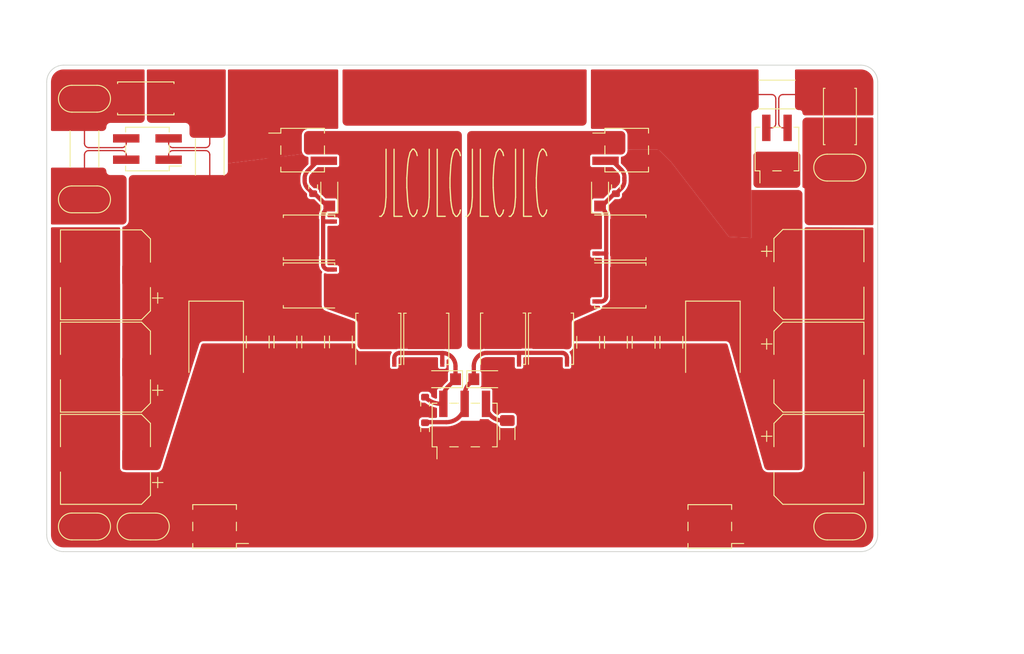
<source format=kicad_pcb>
(kicad_pcb (version 20221018) (generator pcbnew)
  (layers (0 "F.Cu" signal) (31 "B.Cu" signal) (34 "B.Paste" user) (35 "F.Paste" user) (36 "B.SilkS" user "B.Silkscreen") (37 "F.SilkS" user "F.Silkscreen") (38 "B.Mask" user) (39 "F.Mask" user) (44 "Edge.Cuts" user))
  (net 0 "")
  (net 1 "GNDPWR")
  (net 2 "A_POWER")
  (net 3 "B_POWER")
  (net 4 "A_SW")
  (net 5 "A_HG")
  (net 6 "A_LG")
  (net 7 "B_SW")
  (net 8 "B_HG")
  (net 9 "B_LG")
  (net 10 "Net-(J4-Pin_3)")
  (net 11 "Net-(J3-Pin_6)")
  (net 12 "L_MP")
  (net 13 "VJUDGE")
  (net 14 "VCHASSIS")
  (net 15 "VCAP")
  (net 16 "Net-(J7-Pin_4)")
  (net 17 "Net-(J7-Pin_1)")
  (footprint "Connector_PinHeader_2.54mm:PinHeader_2x02_P2.54mm_Vertical_SMD" (layer "F.Cu") (at 156.1 59.13)
    (fp_text reference "J9" hide)
    (fp_text value "Conn_02x02_Odd_Even")
    (pad "1" smd rect locked (at -2.525 -1.27) (size 3.15 1) (layers "F.Cu" "F.Paste" "F.Mask") (net 7 "B_SW"))
    (pad "2" smd rect locked (at 2.525 -1.27) (size 3.15 1) (layers "F.Cu" "F.Paste" "F.Mask") (net 3 "B_POWER"))
    (pad "3" smd rect locked (at -2.525 1.27) (size 3.15 1) (layers "F.Cu" "F.Paste" "F.Mask") (net 8 "B_HG"))
    (pad "4" smd rect locked (at 2.525 1.27) (size 3.15 1) (layers "F.Cu" "F.Paste" "F.Mask") (net 3 "B_POWER"))
  )
  (footprint "Capacitor_SMD:CP_Elec_10x14.3" (layer "F.Cu") (at 179 85)
    (fp_text reference "C2" hide)
    (fp_text value "220uF")
    (pad "1" smd roundrect locked (at -4.2 0) (size 4.4 2.5) (layers "F.Cu" "F.Paste" "F.Mask") (roundrect_rratio 0.1) (net 3 "B_POWER"))
    (pad "2" smd roundrect locked (at 4.2 0) (size 4.4 2.5) (layers "F.Cu" "F.Paste" "F.Mask") (roundrect_rratio 0.1) (net 1 "GNDPWR"))
  )
  (footprint "Resistor_SMD:R_1206_3216Metric_Pad1.30x1.75mm_HandSolder" (layer "F.Cu") (at 141.875 92.92 -90)
    (fp_text reference "TH1" hide)
    (fp_text value "Thermistor")
    (pad "1" smd roundrect locked (at -1.55 0 270) (size 1.3 1.75) (layers "F.Cu" "F.Paste" "F.Mask") (roundrect_rratio 0.1923076923) (net 11 "Net-(J3-Pin_6)"))
    (pad "2" smd roundrect locked (at 1.55 0 270) (size 1.3 1.75) (layers "F.Cu" "F.Paste" "F.Mask") (roundrect_rratio 0.1923076923) (net 1 "GNDPWR"))
  )
  (footprint "0_RM2023:PQ2617BHA" (layer "F.Cu") (at 139.205 63.252)
    (fp_text reference "U1" hide)
    (fp_text value "10uH" hide)
    (pad "1" smd rect locked (at -7.485 11.037) (size 5.33 5.59) (layers "F.Cu" "F.Paste" "F.Mask") (net 4 "A_SW"))
    (pad "2" smd rect locked (at 2.665 11.037) (size 5.33 5.59) (layers "F.Cu" "F.Paste" "F.Mask") (net 7 "B_SW"))
    (pad "3" smd rect locked (at -2.41 -11.037 90) (size 5.28 6.35) (layers "F.Cu" "F.Paste" "F.Mask") (net 12 "L_MP"))
  )
  (footprint "Package_TO_SOT_SMD:TDSON-8-1" (layer "F.Cu") (at 147.082 81.617 90)
    (fp_text reference "Q8" hide)
    (fp_text value "BSC070N10NS3G")
    (pad "1" smd rect locked (at -2.9 -1.905 90) (size 0.85 0.5) (layers "F.Cu" "F.Paste" "F.Mask") (net 1 "GNDPWR"))
    (pad "2" smd rect locked (at -2.9 -0.635 90) (size 0.85 0.5) (layers "F.Cu" "F.Paste" "F.Mask") (net 1 "GNDPWR"))
    (pad "3" smd rect locked (at -2.9 0.635 90) (size 0.85 0.5) (layers "F.Cu" "F.Paste" "F.Mask") (net 1 "GNDPWR"))
    (pad "4" smd rect locked (at -2.9 1.905 90) (size 0.85 0.5) (layers "F.Cu" "F.Paste" "F.Mask") (net 9 "B_LG"))
    (pad "5" smd rect locked (at 1.05 0 90) (size 4.55 4.41) (layers "F.Cu") (net 7 "B_SW"))
  )
  (footprint "Package_TO_SOT_SMD:TDSON-8-1" (layer "F.Cu") (at 155.337 75.267)
    (fp_text reference "Q5" hide)
    (fp_text value "BSC070N10NS3G")
    (pad "1" smd rect locked (at -2.9 -1.905) (size 0.85 0.5) (layers "F.Cu" "F.Paste" "F.Mask") (net 7 "B_SW"))
    (pad "2" smd rect locked (at -2.9 -0.635) (size 0.85 0.5) (layers "F.Cu" "F.Paste" "F.Mask") (net 7 "B_SW"))
    (pad "3" smd rect locked (at -2.9 0.635) (size 0.85 0.5) (layers "F.Cu" "F.Paste" "F.Mask") (net 7 "B_SW"))
    (pad "4" smd rect locked (at -2.9 1.905) (size 0.85 0.5) (layers "F.Cu" "F.Paste" "F.Mask") (net 8 "B_HG"))
    (pad "5" smd rect locked (at 1.05 0) (size 4.55 4.41) (layers "F.Cu") (net 3 "B_POWER"))
  )
  (footprint "Resistor_SMD:R_0603_1608Metric" (layer "F.Cu") (at 132.08 89.408 -90)
    (fp_text reference "R5" hide)
    (fp_text value "10k")
    (pad "1" smd roundrect locked (at -0.825 0 270) (size 0.8 0.95) (layers "F.Cu" "F.Paste" "F.Mask") (net 6 "A_LG"))
    (pad "2" smd roundrect locked (at 0.825 0 270) (size 0.8 0.95) (layers "F.Cu" "F.Paste" "F.Mask") (net 1 "GNDPWR"))
  )
  (footprint "Capacitor_SMD:C_1210_3225Metric_Pad1.33x2.70mm_HandSolder" (layer "F.Cu") (at 112.141 82.0035 -90)
    (fp_text reference "C13" hide)
    (fp_text value "10uF")
    (pad "1" smd roundrect (at -1.5625 0 270) (size 1.325 2.7) (layers "F.Cu" "F.Paste" "F.Mask") (roundrect_rratio 0.188679) (net 2 "A_POWER"))
    (pad "2" smd roundrect (at 1.5625 0 270) (size 1.325 2.7) (layers "F.Cu" "F.Paste" "F.Mask") (roundrect_rratio 0.188679) (net 1 "GNDPWR"))
  )
  (footprint "Package_TO_SOT_SMD:TDSON-8-1" (layer "F.Cu") (at 118.253 75.267 180)
    (fp_text reference "Q3" hide)
    (fp_text value "BSC070N10NS3G")
    (pad "1" smd rect locked (at -2.9 -1.905 180) (size 0.85 0.5) (layers "F.Cu" "F.Paste" "F.Mask") (net 4 "A_SW"))
    (pad "2" smd rect locked (at -2.9 -0.635 180) (size 0.85 0.5) (layers "F.Cu" "F.Paste" "F.Mask") (net 4 "A_SW"))
    (pad "3" smd rect locked (at -2.9 0.635 180) (size 0.85 0.5) (layers "F.Cu" "F.Paste" "F.Mask") (net 4 "A_SW"))
    (pad "4" smd rect locked (at -2.9 1.905 180) (size 0.85 0.5) (layers "F.Cu" "F.Paste" "F.Mask") (net 5 "A_HG"))
    (pad "5" smd rect locked (at 1.05 0 180) (size 4.55 4.41) (layers "F.Cu") (net 2 "A_POWER"))
  )
  (footprint "Resistor_SMD:R_0603_1608Metric" (layer "F.Cu") (at 154.813 63.5 90)
    (fp_text reference "R6" hide)
    (fp_text value "10k")
    (pad "1" smd roundrect locked (at -0.825 0 90) (size 0.8 0.95) (layers "F.Cu" "F.Paste" "F.Mask") (net 8 "B_HG"))
    (pad "2" smd roundrect locked (at 0.825 0 90) (size 0.8 0.95) (layers "F.Cu" "F.Paste" "F.Mask") (net 7 "B_SW"))
  )
  (footprint "Resistor_SMD:R_2512_6332Metric_Pad1.40x3.35mm_HandSolder" (layer "F.Cu") (at 91.5 59 -90)
    (fp_text reference "R1" hide)
    (fp_text value "4mR")
    (pad "1" smd roundrect locked (at -3.05 0 270) (size 1.4 3.35) (layers "F.Cu" "F.Paste" "F.Mask") (roundrect_rratio 0.1785707143) (net 14 "VCHASSIS"))
    (pad "2" smd roundrect locked (at 3.05 0 270) (size 1.4 3.35) (layers "F.Cu" "F.Paste" "F.Mask") (roundrect_rratio 0.1785707143) (net 13 "VJUDGE"))
  )
  (footprint "Package_TO_SOT_SMD:TDSON-8-1" (layer "F.Cu") (at 155.337 69.552)
    (fp_text reference "Q7" hide)
    (fp_text value "BSC070N10NS3G")
    (pad "1" smd rect locked (at -2.9 -1.905) (size 0.85 0.5) (layers "F.Cu" "F.Paste" "F.Mask") (net 7 "B_SW"))
    (pad "2" smd rect locked (at -2.9 -0.635) (size 0.85 0.5) (layers "F.Cu" "F.Paste" "F.Mask") (net 7 "B_SW"))
    (pad "3" smd rect locked (at -2.9 0.635) (size 0.85 0.5) (layers "F.Cu" "F.Paste" "F.Mask") (net 7 "B_SW"))
    (pad "4" smd rect locked (at -2.9 1.905) (size 0.85 0.5) (layers "F.Cu" "F.Paste" "F.Mask") (net 8 "B_HG"))
    (pad "5" smd rect locked (at 1.05 0) (size 4.55 4.41) (layers "F.Cu") (net 3 "B_POWER"))
  )
  (footprint "Diode_SMD:D_SMC" (layer "F.Cu") (at 166.37 82.042 -90)
    (fp_text reference "D6" hide)
    (fp_text value "SMCJ33A")
    (pad "1" smd roundrect locked (at -3.4 0) (size 3.3 2.5) (layers "F.Cu" "F.Paste" "F.Mask") (roundrect_rratio 0.1) (net 3 "B_POWER"))
    (pad "2" smd roundrect locked (at 3.4 0) (size 3.3 2.5) (layers "F.Cu" "F.Paste" "F.Mask") (roundrect_rratio 0.1) (net 1 "GNDPWR"))
  )
  (footprint "Connector_PinHeader_2.54mm:PinHeader_2x02_P2.54mm_Vertical_SMD" (layer "F.Cu") (at 117.49 59.13)
    (fp_text reference "J8" hide)
    (fp_text value "Conn_02x02_Odd_Even")
    (pad "1" smd rect locked (at -2.525 -1.27) (size 3.15 1) (layers "F.Cu" "F.Paste" "F.Mask") (net 2 "A_POWER"))
    (pad "2" smd rect locked (at 2.525 -1.27) (size 3.15 1) (layers "F.Cu" "F.Paste" "F.Mask") (net 4 "A_SW"))
    (pad "3" smd rect locked (at -2.525 1.27) (size 3.15 1) (layers "F.Cu" "F.Paste" "F.Mask") (net 2 "A_POWER"))
    (pad "4" smd rect locked (at 2.525 1.27) (size 3.15 1) (layers "F.Cu" "F.Paste" "F.Mask") (net 5 "A_HG"))
  )
  (footprint "Diode_SMD:D_SMF" (layer "F.Cu") (at 134.255 86.443 180)
    (fp_text reference "D2" hide)
    (fp_text value "SMF10A")
    (pad "1" smd rect locked (at -1.45 0 180) (size 1.3 1.4) (layers "F.Cu" "F.Paste" "F.Mask") (net 6 "A_LG"))
    (pad "2" smd rect locked (at 1.45 0 180) (size 1.3 1.4) (layers "F.Cu" "F.Paste" "F.Mask") (net 1 "GNDPWR"))
  )
  (footprint "Resistor_SMD:R_0603_1608Metric" (layer "F.Cu") (at 132.08 92.456 -90)
    (fp_text reference "R7" hide)
    (fp_text value "10k")
    (pad "1" smd roundrect locked (at -0.825 0 270) (size 0.8 0.95) (layers "F.Cu" "F.Paste" "F.Mask") (net 9 "B_LG"))
    (pad "2" smd roundrect locked (at 0.825 0 270) (size 0.8 0.95) (layers "F.Cu" "F.Paste" "F.Mask") (net 1 "GNDPWR"))
  )
  (footprint "Capacitor_SMD:C_1210_3225Metric_Pad1.33x2.70mm_HandSolder" (layer "F.Cu") (at 115.443 82.0035 -90)
    (fp_text reference "C12" hide)
    (fp_text value "10uF")
    (pad "1" smd roundrect (at -1.5625 0 270) (size 1.325 2.7) (layers "F.Cu" "F.Paste" "F.Mask") (roundrect_rratio 0.188679) (net 2 "A_POWER"))
    (pad "2" smd roundrect (at 1.5625 0 270) (size 1.325 2.7) (layers "F.Cu" "F.Paste" "F.Mask") (roundrect_rratio 0.188679) (net 1 "GNDPWR"))
  )
  (footprint "0_RM2023:Pad_3" (layer "F.Cu") (at 181.483 61.214)
    (fp_text reference "H10" hide)
    (fp_text value "MountingHole_Pad")
    (pad "1" smd oval locked (at 0 0) (size 6 3) (layers "F.Cu" "F.Paste" "F.Mask") (net 15 "VCAP"))
  )
  (footprint "Capacitor_SMD:CP_Elec_10x14.3" (layer "F.Cu") (at 94 74 180)
    (fp_text reference "C3" hide)
    (fp_text value "220uF")
    (pad "1" smd roundrect locked (at -4.2 0 180) (size 4.4 2.5) (layers "F.Cu" "F.Paste" "F.Mask") (roundrect_rratio 0.1) (net 2 "A_POWER"))
    (pad "2" smd roundrect locked (at 4.2 0 180) (size 4.4 2.5) (layers "F.Cu" "F.Paste" "F.Mask") (roundrect_rratio 0.1) (net 1 "GNDPWR"))
  )
  (footprint "0_RM2023:Pad_3" (layer "F.Cu") (at 91.5 53)
    (fp_text reference "H2" hide)
    (fp_text value "MountingHole_Pad")
    (pad "1" smd oval locked (at 0 0) (size 6 3) (layers "F.Cu" "F.Paste" "F.Mask") (net 14 "VCHASSIS"))
  )
  (footprint "Capacitor_SMD:C_1210_3225Metric_Pad1.33x2.70mm_HandSolder" (layer "F.Cu") (at 151.511 82.042 -90)
    (fp_text reference "C16" hide)
    (fp_text value "10uF")
    (pad "1" smd roundrect (at -1.5625 0 270) (size 1.325 2.7) (layers "F.Cu" "F.Paste" "F.Mask") (roundrect_rratio 0.188679) (net 3 "B_POWER"))
    (pad "2" smd roundrect (at 1.5625 0 270) (size 1.325 2.7) (layers "F.Cu" "F.Paste" "F.Mask") (roundrect_rratio 0.188679) (net 1 "GNDPWR"))
  )
  (footprint "Package_TO_SOT_SMD:TDSON-8-1" (layer "F.Cu") (at 118.253 69.552 180)
    (fp_text reference "Q1" hide)
    (fp_text value "BSC070N10NS3G")
    (pad "1" smd rect locked (at -2.9 -1.905 180) (size 0.85 0.5) (layers "F.Cu" "F.Paste" "F.Mask") (net 4 "A_SW"))
    (pad "2" smd rect locked (at -2.9 -0.635 180) (size 0.85 0.5) (layers "F.Cu" "F.Paste" "F.Mask") (net 4 "A_SW"))
    (pad "3" smd rect locked (at -2.9 0.635 180) (size 0.85 0.5) (layers "F.Cu" "F.Paste" "F.Mask") (net 4 "A_SW"))
    (pad "4" smd rect locked (at -2.9 1.905 180) (size 0.85 0.5) (layers "F.Cu" "F.Paste" "F.Mask") (net 5 "A_HG"))
    (pad "5" smd rect locked (at 1.05 0 180) (size 4.55 4.41) (layers "F.Cu") (net 2 "A_POWER"))
  )
  (footprint "Capacitor_SMD:CP_Elec_10x14.3" (layer "F.Cu") (at 179 96)
    (fp_text reference "C9" hide)
    (fp_text value "220uF")
    (pad "1" smd roundrect locked (at -4.2 0) (size 4.4 2.5) (layers "F.Cu" "F.Paste" "F.Mask") (roundrect_rratio 0.1) (net 3 "B_POWER"))
    (pad "2" smd roundrect locked (at 4.2 0) (size 4.4 2.5) (layers "F.Cu" "F.Paste" "F.Mask") (roundrect_rratio 0.1) (net 1 "GNDPWR"))
  )
  (footprint "kibuzzard-63825869" (layer "F.Cu") (at 159.893 96.266)
    (fp_text reference "kibuzzard-63825869" hide)
    (fp_text value "G***" hide)
  )
  (footprint "Capacitor_SMD:C_1210_3225Metric_Pad1.33x2.70mm_HandSolder" (layer "F.Cu") (at 161.417 82.042 -90)
    (fp_text reference "C4" hide)
    (fp_text value "10uF")
    (pad "1" smd roundrect (at -1.5625 0 270) (size 1.325 2.7) (layers "F.Cu" "F.Paste" "F.Mask") (roundrect_rratio 0.188679) (net 3 "B_POWER"))
    (pad "2" smd roundrect (at 1.5625 0 270) (size 1.325 2.7) (layers "F.Cu" "F.Paste" "F.Mask") (roundrect_rratio 0.188679) (net 1 "GNDPWR"))
  )
  (footprint "Fuse:Fuseholder_Littelfuse_Nano2_157x" (layer "F.Cu") (at 181.5 55.118 -90)
    (fp_text reference "F2" hide)
    (fp_text value "Fuse")
    (pad "1" smd rect locked (at -2.43 0 270) (size 2.4 3) (layers "F.Cu" "F.Paste" "F.Mask") (net 16 "Net-(J7-Pin_4)"))
    (pad "2" smd rect locked (at 2.43 0 270) (size 2.4 3) (layers "F.Cu" "F.Paste" "F.Mask") (net 15 "VCAP"))
  )
  (footprint "Capacitor_SMD:CP_Elec_10x14.3" (layer "F.Cu") (at 179 73.951)
    (fp_text reference "C1" hide)
    (fp_text value "220uF")
    (pad "1" smd roundrect locked (at -4.2 0) (size 4.4 2.5) (layers "F.Cu" "F.Paste" "F.Mask") (roundrect_rratio 0.1) (net 3 "B_POWER"))
    (pad "2" smd roundrect locked (at 4.2 0) (size 4.4 2.5) (layers "F.Cu" "F.Paste" "F.Mask") (roundrect_rratio 0.1) (net 1 "GNDPWR"))
  )
  (footprint "Capacitor_SMD:C_1210_3225Metric_Pad1.33x2.70mm_HandSolder" (layer "F.Cu") (at 118.745 82.0035 -90)
    (fp_text reference "C11" hide)
    (fp_text value "10uF")
    (pad "1" smd roundrect (at -1.5625 0 270) (size 1.325 2.7) (layers "F.Cu" "F.Paste" "F.Mask") (roundrect_rratio 0.188679) (net 2 "A_POWER"))
    (pad "2" smd roundrect (at 1.5625 0 270) (size 1.325 2.7) (layers "F.Cu" "F.Paste" "F.Mask") (roundrect_rratio 0.188679) (net 1 "GNDPWR"))
  )
  (footprint "Resistor_SMD:R_2512_6332Metric_Pad1.40x3.35mm_HandSolder" (layer "F.Cu") (at 173.999991 52.5)
    (fp_text reference "R3" hide)
    (fp_text value "4mR")
    (pad "1" smd roundrect locked (at -3.05 0) (size 1.4 3.35) (layers "F.Cu" "F.Paste" "F.Mask") (roundrect_rratio 0.1785707143) (net 3 "B_POWER"))
    (pad "2" smd roundrect locked (at 3.05 0) (size 1.4 3.35) (layers "F.Cu" "F.Paste" "F.Mask") (roundrect_rratio 0.1785707143) (net 16 "Net-(J7-Pin_4)"))
  )
  (footprint "Capacitor_SMD:C_1210_3225Metric_Pad1.33x2.70mm_HandSolder" (layer "F.Cu") (at 122.047 82.0035 -90)
    (fp_text reference "C10" hide)
    (fp_text value "10uF")
    (pad "1" smd roundrect (at -1.5625 0 270) (size 1.325 2.7) (layers "F.Cu" "F.Paste" "F.Mask") (roundrect_rratio 0.188679) (net 2 "A_POWER"))
    (pad "2" smd roundrect (at 1.5625 0 270) (size 1.325 2.7) (layers "F.Cu" "F.Paste" "F.Mask") (roundrect_rratio 0.188679) (net 1 "GNDPWR"))
  )
  (footprint "Diode_SMD:D_SMF" (layer "F.Cu") (at 120.666 64.345 90)
    (fp_text reference "D1" hide)
    (fp_text value "SMF10A")
    (pad "1" smd rect locked (at -1.45 0 90) (size 1.3 1.4) (layers "F.Cu" "F.Paste" "F.Mask") (net 5 "A_HG"))
    (pad "2" smd rect locked (at 1.45 0 90) (size 1.3 1.4) (layers "F.Cu" "F.Paste" "F.Mask") (net 4 "A_SW"))
  )
  (footprint "Package_TO_SOT_SMD:TDSON-8-1" (layer "F.Cu") (at 141.367 81.617 90)
    (fp_text reference "Q6" hide)
    (fp_text value "BSC070N10NS3G")
    (pad "1" smd rect locked (at -2.9 -1.905 90) (size 0.85 0.5) (layers "F.Cu" "F.Paste" "F.Mask") (net 1 "GNDPWR"))
    (pad "2" smd rect locked (at -2.9 -0.635 90) (size 0.85 0.5) (layers "F.Cu" "F.Paste" "F.Mask") (net 1 "GNDPWR"))
    (pad "3" smd rect locked (at -2.9 0.635 90) (size 0.85 0.5) (layers "F.Cu" "F.Paste" "F.Mask") (net 1 "GNDPWR"))
    (pad "4" smd rect locked (at -2.9 1.905 90) (size 0.85 0.5) (layers "F.Cu" "F.Paste" "F.Mask") (net 9 "B_LG"))
    (pad "5" smd rect locked (at 1.05 0 90) (size 4.55 4.41) (layers "F.Cu") (net 7 "B_SW"))
  )
  (footprint "0_RM2023:Pad_3" (layer "F.Cu") (at 98.5 104 180)
    (fp_text reference "H3" hide)
    (fp_text value "MountingHole_Pad")
    (pad "1" smd oval locked (at 0 0 180) (size 6 3) (layers "F.Cu" "F.Paste" "F.Mask") (net 1 "GNDPWR"))
  )
  (footprint "Diode_SMD:D_SMF" (layer "F.Cu") (at 139.335 86.443)
    (fp_text reference "D4" hide)
    (fp_text value "SMF10A")
    (pad "1" smd rect locked (at -1.45 0) (size 1.3 1.4) (layers "F.Cu" "F.Paste" "F.Mask") (net 9 "B_LG"))
    (pad "2" smd rect locked (at 1.45 0) (size 1.3 1.4) (layers "F.Cu" "F.Paste" "F.Mask") (net 1 "GNDPWR"))
  )
  (footprint "0_RM2023:Pad_3" (layer "F.Cu") (at 91.5 104 180)
    (fp_text reference "H4" hide)
    (fp_text value "MountingHole_Pad")
    (pad "1" smd oval locked (at 0 0 180) (size 6 3) (layers "F.Cu" "F.Paste" "F.Mask") (net 1 "GNDPWR"))
  )
  (footprint "Package_TO_SOT_SMD:TDSON-8-1" (layer "F.Cu") (at 132.223 81.632 90)
    (fp_text reference "Q4" hide)
    (fp_text value "BSC070N10NS3G")
    (pad "1" smd rect locked (at -2.9 -1.905 90) (size 0.85 0.5) (layers "F.Cu" "F.Paste" "F.Mask") (net 1 "GNDPWR"))
    (pad "2" smd rect locked (at -2.9 -0.635 90) (size 0.85 0.5) (layers "F.Cu" "F.Paste" "F.Mask") (net 1 "GNDPWR"))
    (pad "3" smd rect locked (at -2.9 0.635 90) (size 0.85 0.5) (layers "F.Cu" "F.Paste" "F.Mask") (net 1 "GNDPWR"))
    (pad "4" smd rect locked (at -2.9 1.905 90) (size 0.85 0.5) (layers "F.Cu" "F.Paste" "F.Mask") (net 6 "A_LG"))
    (pad "5" smd rect locked (at 1.05 0 90) (size 4.55 4.41) (layers "F.Cu") (net 4 "A_SW"))
  )
  (footprint "Capacitor_SMD:C_1210_3225Metric_Pad1.33x2.70mm_HandSolder" (layer "F.Cu") (at 158.115 82.042 -90)
    (fp_text reference "C14" hide)
    (fp_text value "10uF")
    (pad "1" smd roundrect (at -1.5625 0 270) (size 1.325 2.7) (layers "F.Cu" "F.Paste" "F.Mask") (roundrect_rratio 0.188679) (net 3 "B_POWER"))
    (pad "2" smd roundrect (at 1.5625 0 270) (size 1.325 2.7) (layers "F.Cu" "F.Paste" "F.Mask") (roundrect_rratio 0.188679) (net 1 "GNDPWR"))
  )
  (footprint "Diode_SMD:D_SMC" (layer "F.Cu") (at 107.188 82.042 -90)
    (fp_text reference "D5" hide)
    (fp_text value "SMCJ33A")
    (pad "1" smd roundrect locked (at -3.4 0) (size 3.3 2.5) (layers "F.Cu" "F.Paste" "F.Mask") (roundrect_rratio 0.1) (net 2 "A_POWER"))
    (pad "2" smd roundrect locked (at 3.4 0) (size 3.3 2.5) (layers "F.Cu" "F.Paste" "F.Mask") (roundrect_rratio 0.1) (net 1 "GNDPWR"))
  )
  (footprint "Package_TO_SOT_SMD:TDSON-8-1" (layer "F.Cu") (at 126.508 81.632 90)
    (fp_text reference "Q2" hide)
    (fp_text value "BSC070N10NS3G")
    (pad "1" smd rect locked (at -2.9 -1.905 90) (size 0.85 0.5) (layers "F.Cu" "F.Paste" "F.Mask") (net 1 "GNDPWR"))
    (pad "2" smd rect locked (at -2.9 -0.635 90) (size 0.85 0.5) (layers "F.Cu" "F.Paste" "F.Mask") (net 1 "GNDPWR"))
    (pad "3" smd rect locked (at -2.9 0.635 90) (size 0.85 0.5) (layers "F.Cu" "F.Paste" "F.Mask") (net 1 "GNDPWR"))
    (pad "4" smd rect locked (at -2.9 1.905 90) (size 0.85 0.5) (layers "F.Cu" "F.Paste" "F.Mask") (net 6 "A_LG"))
    (pad "5" smd rect locked (at 1.05 0 90) (size 4.55 4.41) (layers "F.Cu") (net 4 "A_SW"))
  )
  (footprint "Connector_PinHeader_2.54mm:PinHeader_2x02_P2.54mm_Vertical_SMD" (layer "F.Cu") (at 99 59 180)
    (fp_text reference "J4" hide)
    (fp_text value "Conn_02x02_Odd_Even")
    (pad "1" smd rect locked (at -2.525 -1.27 180) (size 3.15 1) (layers "F.Cu" "F.Paste" "F.Mask") (net 2 "A_POWER"))
    (pad "2" smd rect locked (at 2.525 -1.27 180) (size 3.15 1) (layers "F.Cu" "F.Paste" "F.Mask") (net 13 "VJUDGE"))
    (pad "3" smd rect locked (at -2.525 1.27 180) (size 3.15 1) (layers "F.Cu" "F.Paste" "F.Mask") (net 10 "Net-(J4-Pin_3)"))
    (pad "4" smd rect locked (at 2.525 1.27 180) (size 3.15 1) (layers "F.Cu" "F.Paste" "F.Mask") (net 14 "VCHASSIS"))
  )
  (footprint "Capacitor_SMD:CP_Elec_10x14.3" (layer "F.Cu") (at 94 96 180)
    (fp_text reference "C8" hide)
    (fp_text value "220uF")
    (pad "1" smd roundrect locked (at -4.2 0 180) (size 4.4 2.5) (layers "F.Cu" "F.Paste" "F.Mask") (roundrect_rratio 0.1) (net 2 "A_POWER"))
    (pad "2" smd roundrect locked (at 4.2 0 180) (size 4.4 2.5) (layers "F.Cu" "F.Paste" "F.Mask") (roundrect_rratio 0.1) (net 1 "GNDPWR"))
  )
  (footprint "Connector_PinHeader_2.54mm:PinHeader_2x03_P2.54mm_Vertical_SMD" (layer "F.Cu") (at 136.795 91.904 90)
    (fp_text reference "J3" hide)
    (fp_text value "Conn_02x03_Odd_Even")
    (pad "1" smd rect locked (at -2.525 -2.54 90) (size 3.15 1) (layers "F.Cu" "F.Paste" "F.Mask") (net 1 "GNDPWR"))
    (pad "2" smd rect locked (at 2.525 -2.54 90) (size 3.15 1) (layers "F.Cu" "F.Paste" "F.Mask") (net 6 "A_LG"))
    (pad "3" smd rect locked (at -2.525 0 90) (size 3.15 1) (layers "F.Cu" "F.Paste" "F.Mask") (net 1 "GNDPWR"))
    (pad "4" smd rect locked (at 2.525 0 90) (size 3.15 1) (layers "F.Cu" "F.Paste" "F.Mask") (net 9 "B_LG"))
    (pad "5" smd rect locked (at -2.525 2.54 90) (size 3.15 1) (layers "F.Cu" "F.Paste" "F.Mask") (net 1 "GNDPWR"))
    (pad "6" smd rect locked (at 2.525 2.54 90) (size 3.15 1) (layers "F.Cu" "F.Paste" "F.Mask") (net 11 "Net-(J3-Pin_6)"))
  )
  (footprint "Connector_PinHeader_2.54mm:PinHeader_2x02_P2.54mm_Vertical_SMD" (layer "F.Cu") (at 174 59 90)
    (fp_text reference "J7" hide)
    (fp_text value "Conn_02x02_Odd_Even")
    (pad "1" smd rect locked (at -2.525 -1.27 90) (size 3.15 1) (layers "F.Cu" "F.Paste" "F.Mask") (net 17 "Net-(J7-Pin_1)"))
    (pad "2" smd rect locked (at 2.525 -1.27 90) (size 3.15 1) (layers "F.Cu" "F.Paste" "F.Mask") (net 3 "B_POWER"))
    (pad "3" smd rect locked (at -2.525 1.27 90) (size 3.15 1) (layers "F.Cu" "F.Paste" "F.Mask") (net 17 "Net-(J7-Pin_1)"))
    (pad "4" smd rect locked (at 2.525 1.27 90) (size 3.15 1) (layers "F.Cu" "F.Paste" "F.Mask") (net 16 "Net-(J7-Pin_4)"))
  )
  (footprint "0_RM2023:Pad_3" (layer "F.Cu") (at 181.5 104 180)
    (fp_text reference "H9" hide)
    (fp_text value "MountingHole_Pad")
    (pad "1" smd oval locked (at 0 0 180) (size 6 3) (layers "F.Cu" "F.Paste" "F.Mask") (net 1 "GNDPWR"))
  )
  (footprint "Diode_SMD:D_SMF" (layer "F.Cu") (at 152.924 64.345 90)
    (fp_text reference "D3" hide)
    (fp_text value "SMF10A")
    (pad "1" smd rect locked (at -1.45 0 90) (size 1.3 1.4) (layers "F.Cu" "F.Paste" "F.Mask") (net 8 "B_HG"))
    (pad "2" smd rect locked (at 1.45 0 90) (size 1.3 1.4) (layers "F.Cu" "F.Paste" "F.Mask") (net 7 "B_SW"))
  )
  (footprint "Fuse:Fuseholder_Littelfuse_Nano2_157x" (layer "F.Cu") (at 98.806 52.959)
    (fp_text reference "F1" hide)
    (fp_text value "Fuse")
    (pad "1" smd rect locked (at -2.43 0) (size 2.4 3) (layers "F.Cu" "F.Paste" "F.Mask") (net 14 "VCHASSIS"))
    (pad "2" smd rect locked (at 2.43 0) (size 2.4 3) (layers "F.Cu" "F.Paste" "F.Mask") (net 10 "Net-(J4-Pin_3)"))
  )
  (footprint "0_RM2023:Pad_3" (layer "F.Cu") (at 91.5 65)
    (fp_text reference "H1" hide)
    (fp_text value "MountingHole_Pad")
    (pad "1" smd oval locked (at 0 0) (size 6 3) (layers "F.Cu" "F.Paste" "F.Mask") (net 13 "VJUDGE"))
  )
  (footprint "Capacitor_SMD:C_1210_3225Metric_Pad1.33x2.70mm_HandSolder" (layer "F.Cu") (at 154.813 82.042 -90)
    (fp_text reference "C15" hide)
    (fp_text value "10uF")
    (pad "1" smd roundrect (at -1.5625 0 270) (size 1.325 2.7) (layers "F.Cu" "F.Paste" "F.Mask") (roundrect_rratio 0.188679) (net 3 "B_POWER"))
    (pad "2" smd roundrect (at 1.5625 0 270) (size 1.325 2.7) (layers "F.Cu" "F.Paste" "F.Mask") (roundrect_rratio 0.188679) (net 1 "GNDPWR"))
  )
  (footprint "Resistor_SMD:R_2512_6332Metric_Pad1.40x3.35mm_HandSolder" (layer "F.Cu") (at 106.426 59.944 -90)
    (fp_text reference "R2" hide)
    (fp_text value "4mR")
    (pad "1" smd roundrect locked (at -3.05 0 270) (size 1.4 3.35) (layers "F.Cu" "F.Paste" "F.Mask") (roundrect_rratio 0.1785707143) (net 10 "Net-(J4-Pin_3)"))
    (pad "2" smd roundrect locked (at 3.05 0 270) (size 1.4 3.35) (layers "F.Cu" "F.Paste" "F.Mask") (roundrect_rratio 0.1785707143) (net 2 "A_POWER"))
  )
  (footprint "Resistor_SMD:R_0603_1608Metric" (layer "F.Cu") (at 118.745 63.5 90)
    (fp_text reference "R4" hide)
    (fp_text value "10k")
    (pad "1" smd roundrect locked (at -0.825 0 90) (size 0.8 0.95) (layers "F.Cu" "F.Paste" "F.Mask") (net 5 "A_HG"))
    (pad "2" smd roundrect locked (at 0.825 0 90) (size 0.8 0.95) (layers "F.Cu" "F.Paste" "F.Mask") (net 4 "A_SW"))
  )
  (footprint "Capacitor_SMD:CP_Elec_10x14.3" (layer "F.Cu") (at 94 85 180)
    (fp_text reference "C7" hide)
    (fp_text value "220uF")
    (pad "1" smd roundrect locked (at -4.2 0 180) (size 4.4 2.5) (layers "F.Cu" "F.Paste" "F.Mask") (roundrect_rratio 0.1) (net 2 "A_POWER"))
    (pad "2" smd roundrect locked (at 4.2 0 180) (size 4.4 2.5) (layers "F.Cu" "F.Paste" "F.Mask") (roundrect_rratio 0.1) (net 1 "GNDPWR"))
  )
  (footprint "Connector_PinHeader_2.54mm:PinHeader_2x02_P2.54mm_Vertical_SMD" (layer "F.Cu") (at 107 104 180)
    (fp_text reference "J6" hide)
    (fp_text value "Conn_02x02_Odd_Even")
    (pad "1" smd rect locked (at -2.525 -1.27 180) (size 3.15 1) (layers "F.Cu" "F.Paste" "F.Mask") (net 1 "GNDPWR"))
    (pad "2" smd rect locked (at 2.525 -1.27 180) (size 3.15 1) (layers "F.Cu" "F.Paste" "F.Mask") (net 1 "GNDPWR"))
    (pad "3" smd rect locked (at -2.525 1.27 180) (size 3.15 1) (layers "F.Cu" "F.Paste" "F.Mask") (net 1 "GNDPWR"))
    (pad "4" smd rect locked (at 2.525 1.27 180) (size 3.15 1) (layers "F.Cu" "F.Paste" "F.Mask") (net 1 "GNDPWR"))
  )
  (footprint "Connector_PinHeader_2.54mm:PinHeader_2x02_P2.54mm_Vertical_SMD" (layer "F.Cu") (at 166 104 180)
    (fp_text reference "J5" hide)
    (fp_text value "Conn_02x02_Odd_Even")
    (pad "1" smd rect locked (at -2.525 -1.27 180) (size 3.15 1) (layers "F.Cu" "F.Paste" "F.Mask") (net 1 "GNDPWR"))
    (pad "2" smd rect locked (at 2.525 -1.27 180) (size 3.15 1) (layers "F.Cu" "F.Paste" "F.Mask") (net 1 "GNDPWR"))
    (pad "3" smd rect locked (at -2.525 1.27 180) (size 3.15 1) (layers "F.Cu" "F.Paste" "F.Mask") (net 1 "GNDPWR"))
    (pad "4" smd rect locked (at 2.525 1.27 180) (size 3.15 1) (layers "F.Cu" "F.Paste" "F.Mask") (net 1 "GNDPWR"))
  )
  (gr_line locked (start 89 107) (end 184 107) (stroke (width 0.1)) (layer "Edge.Cuts"))
  (gr_line locked (start 186 105) (end 186 51) (stroke (width 0.1)) (layer "Edge.Cuts"))
  (gr_line locked (start 89 49) (end 184 49) (stroke (width 0.1)) (layer "Edge.Cuts"))
  (gr_arc locked (start 184 49) (mid 185.414214 49.585786) (end 186 51) (stroke (width 0.1)) (layer "Edge.Cuts"))
  (gr_arc locked (start 89 107) (mid 87.585786 106.414214) (end 87 105) (stroke (width 0.1)) (layer "Edge.Cuts"))
  (gr_arc locked (start 87 51) (mid 87.585786 49.585786) (end 89 49) (stroke (width 0.1)) (layer "Edge.Cuts"))
  (gr_arc locked (start 186 105) (mid 185.414214 106.414214) (end 184 107) (stroke (width 0.1)) (layer "Edge.Cuts"))
  (gr_line locked (start 87 105) (end 87 51) (stroke (width 0.1)) (layer "Edge.Cuts"))
  (gr_text locked "JLCJLCJLCJLC" (at 136.668 63.329) (layer "F.SilkS") (effects (font (size 8 2))))
  (segment locked (start 102.033 59.182) (end 105.918 59.182) (width 0.1524) (layer "F.Cu") (net 2))
  (segment locked (start 106.426 59.69) (end 106.426 62.994) (width 0.1524) (layer "F.Cu") (net 2))
  (segment locked (start 101.525 60.27) (end 101.525 59.69) (width 0.1524) (layer "F.Cu") (net 2))
  (arc locked (start 105.918 59.182) (mid 106.27721 59.33079) (end 106.426 59.69) (width 0.1524) (layer "F.Cu") (net 2))
  (arc locked (start 101.525 59.69) (mid 101.67379 59.33079) (end 102.033 59.182) (width 0.1524) (layer "F.Cu") (net 2))
  (segment locked (start 172.73 56.475) (end 173.355 56.475) (width 0.1524) (layer "F.Cu") (net 3))
  (segment locked (start 173.355 52.5) (end 170.949991 52.5) (width 0.1524) (layer "F.Cu") (net 3))
  (segment locked (start 173.863 55.967) (end 173.863 53.008) (width 0.1524) (layer "F.Cu") (net 3))
  (arc locked (start 173.355 52.5) (mid 173.71421 52.64879) (end 173.863 53.008) (width 0.1524) (layer "F.Cu") (net 3))
  (arc locked (start 173.355 56.475) (mid 173.71421 56.32621) (end 173.863 55.967) (width 0.1524) (layer "F.Cu") (net 3))
  (segment locked (start 120.405 65.795) (end 118.935 64.325) (width 0.508) (layer "F.Cu") (net 5))
  (segment locked (start 118.745 64.325) (end 118.100974 63.680974) (width 0.508) (layer "F.Cu") (net 5))
  (segment locked (start 120.101349 67.647) (end 121.153 67.647) (width 0.508) (layer "F.Cu") (net 5))
  (segment locked (start 120.542255 73.362) (end 121.153 73.362) (width 0.508) (layer "F.Cu") (net 5))
  (segment locked (start 119.931511 67.61786) (end 119.931511 67.477161) (width 0.508) (layer "F.Cu") (net 5))
  (segment locked (start 118.100975 61.604025) (end 119.297 60.408) (width 0.508) (layer "F.Cu") (net 5))
  (segment locked (start 118.935 64.325) (end 118.745 64.325) (width 0.508) (layer "F.Cu") (net 5))
  (segment locked (start 119.297 60.408) (end 120.016 60.408) (width 0.508) (layer "F.Cu") (net 5))
  (segment locked (start 117.729 62.782949) (end 117.729 62.502051) (width 0.508) (layer "F.Cu") (net 5))
  (segment locked (start 119.931511 72.751255) (end 119.931511 67.61786) (width 0.508) (layer "F.Cu") (net 5))
  (segment locked (start 119.931511 67.477161) (end 119.931511 67.038543) (width 0.508) (layer "F.Cu") (net 5))
  (segment locked (start 120.298755 66.162244) (end 120.291436 66.169563) (width 0.508) (layer "F.Cu") (net 5))
  (segment locked (start 120.666 65.795) (end 120.405 65.795) (width 0.508) (layer "F.Cu") (net 5))
  (arc locked (start 119.931511 67.477161) (mid 119.944439 67.542155) (end 119.981255 67.597255) (width 0.508) (layer "F.Cu") (net 5))
  (arc locked (start 117.729 62.782949) (mid 117.825673 63.268957) (end 118.100974 63.680974) (width 0.508) (layer "F.Cu") (net 5))
  (arc locked (start 119.981255 67.597255) (mid 120.036354 67.634071) (end 120.101349 67.647) (width 0.508) (layer "F.Cu") (net 5))
  (arc locked (start 118.100975 61.604025) (mid 117.825673 62.016043) (end 117.729 62.502051) (width 0.508) (layer "F.Cu") (net 5))
  (arc locked (start 120.291436 66.169563) (mid 120.025058 66.568246) (end 119.931511 67.038543) (width 0.508) (layer "F.Cu") (net 5))
  (arc locked (start 120.298755 65.427755) (mid 120.450872 65.794999) (end 120.298755 66.162244) (width 0.508) (layer "F.Cu") (net 5))
  (arc locked (start 119.981255 67.597255) (mid 119.949499 67.590938) (end 119.931511 67.61786) (width 0.508) (layer "F.Cu") (net 5))
  (arc locked (start 119.931511 72.751255) (mid 120.110393 73.183116) (end 120.542255 73.362) (width 0.508) (layer "F.Cu") (net 5))
  (segment locked (start 128.413 83.9254) (end 128.413 84.532) (width 0.508) (layer "F.Cu") (net 6))
  (segment locked (start 134.78038 87.367619) (end 135.7039 86.4441) (width 0.508) (layer "F.Cu") (net 6))
  (segment locked (start 134.1418 83.3188) (end 129.0196 83.3188) (width 0.508) (layer "F.Cu") (net 6))
  (segment locked (start 134.255 88.636) (end 134.255 89.379) (width 0.508) (layer "F.Cu") (net 6))
  (segment locked (start 135.7028 84.8798) (end 135.7028 86.439244) (width 0.508) (layer "F.Cu") (net 6))
  (segment locked (start 134.128 84.532) (end 134.128 83.395) (width 0.508) (layer "F.Cu") (net 6))
  (segment locked (start 134.255 89.379) (end 134.001706 89.379) (width 0.508) (layer "F.Cu") (net 6))
  (arc locked (start 135.7028 84.8798) (mid 135.245593 83.776006) (end 134.1418 83.3188) (width 0.508) (layer "F.Cu") (net 6))
  (arc locked (start 129.0196 83.3188) (mid 128.590669 83.496469) (end 128.413 83.9254) (width 0.508) (layer "F.Cu") (net 6))
  (arc locked (start 135.7039 86.4419) (mid 135.704355 86.443) (end 135.7039 86.4441) (width 0.508) (layer "F.Cu") (net 6))
  (arc locked (start 135.7028 86.439244) (mid 135.703085 86.440681) (end 135.7039 86.4419) (width 0.508) (layer "F.Cu") (net 6))
  (arc locked (start 134.78038 87.367619) (mid 134.391541 87.949557) (end 134.255 88.636) (width 0.508) (layer "F.Cu") (net 6))
  (arc locked (start 132.08 88.583) (mid 132.961689 89.172127) (end 134.001706 89.379) (width 0.508) (layer "F.Cu") (net 6))
  (segment locked (start 152.924 62.895) (end 153.197936 62.895) (width 0.508) (layer "F.Cu") (net 7))
  (segment locked (start 155.8274 62.4856) (end 155.8274 62.610954) (width 0.508) (layer "F.Cu") (net 8))
  (segment locked (start 154.623 64.325) (end 154.813 64.325) (width 0.508) (layer "F.Cu") (net 8))
  (segment locked (start 153.658489 76.561255) (end 153.658489 71.448942) (width 0.508) (layer "F.Cu") (net 8))
  (segment locked (start 155.457025 63.680975) (end 154.813 64.325) (width 0.508) (layer "F.Cu") (net 8))
  (segment locked (start 153.153 65.795) (end 154.623 64.325) (width 0.508) (layer "F.Cu") (net 8))
  (segment locked (start 153.047744 77.172) (end 152.437 77.172) (width 0.508) (layer "F.Cu") (net 8))
  (segment locked (start 153.574 60.408) (end 154.388 60.408) (width 0.508) (layer "F.Cu") (net 8))
  (segment locked (start 153.658489 71.410035) (end 153.658489 67.048851) (width 0.508) (layer "F.Cu") (net 8))
  (segment locked (start 155.829 62.484) (end 155.8274 62.4856) (width 0.508) (layer "F.Cu") (net 8))
  (segment locked (start 153.658489 71.410035) (end 153.658489 71.448942) (width 0.508) (layer "F.Cu") (net 8))
  (segment locked (start 153.611524 71.457) (end 152.437 71.457) (width 0.508) (layer "F.Cu") (net 8))
  (segment locked (start 154.388 60.408) (end 155.457026 61.477026) (width 0.508) (layer "F.Cu") (net 8))
  (segment locked (start 155.829 62.723443) (end 155.829 62.782949) (width 0.508) (layer "F.Cu") (net 8))
  (segment locked (start 152.924 65.795) (end 153.153 65.795) (width 0.508) (layer "F.Cu") (net 8))
  (segment locked (start 155.829 62.375051) (end 155.829 62.484) (width 0.508) (layer "F.Cu") (net 8))
  (arc locked (start 153.658489 71.448942) (mid 153.653514 71.441497) (end 153.644733 71.443244) (width 0.508) (layer "F.Cu") (net 8))
  (arc locked (start 155.457026 61.477026) (mid 155.732327 61.889043) (end 155.829 62.375051) (width 0.508) (layer "F.Cu") (net 8))
  (arc locked (start 153.644733 71.443244) (mid 153.654913 71.428007) (end 153.658489 71.410035) (width 0.508) (layer "F.Cu") (net 8))
  (arc locked (start 153.658489 76.561255) (mid 153.479605 76.993116) (end 153.047744 77.172) (width 0.508) (layer "F.Cu") (net 8))
  (arc locked (start 153.291244 66.162244) (mid 153.139126 65.794999) (end 153.291244 65.427755) (width 0.508) (layer "F.Cu") (net 8))
  (arc locked (start 155.829 62.782949) (mid 155.732327 63.268957) (end 155.457025 63.680975) (width 0.508) (layer "F.Cu") (net 8))
  (arc locked (start 153.658489 67.048851) (mid 153.563045 66.569022) (end 153.291244 66.162244) (width 0.508) (layer "F.Cu") (net 8))
  (arc locked (start 155.8274 62.610954) (mid 155.82819 62.667256) (end 155.829 62.723443) (width 0.508) (layer "F.Cu") (net 8))
  (arc locked (start 153.644733 71.443244) (mid 153.629496 71.453424) (end 153.611524 71.457) (width 0.508) (layer "F.Cu") (net 8))
  (segment locked (start 143.225035 83.295511) (end 143.263942 83.295511) (width 0.508) (layer "F.Cu") (net 9))
  (segment locked (start 137.34 86.988) (end 137.795 86.533) (width 0.508) (layer "F.Cu") (net 9))
  (segment locked (start 137.885 86.31572) (end 137.885 84.869255) (width 0.508) (layer "F.Cu") (net 9))
  (segment locked (start 134.607007 91.567) (end 132.144 91.567) (width 0.508) (layer "F.Cu") (net 9))
  (segment locked (start 148.376255 83.295511) (end 143.263942 83.295511) (width 0.508) (layer "F.Cu") (net 9))
  (segment locked (start 143.272 83.342475) (end 143.272 84.517) (width 0.508) (layer "F.Cu") (net 9))
  (segment locked (start 132.144 91.567) (end 132.08 91.631) (width 0.508) (layer "F.Cu") (net 9))
  (segment locked (start 136.795 88.303746) (end 136.795 89.379) (width 0.508) (layer "F.Cu") (net 9))
  (segment locked (start 148.987 83.906255) (end 148.987 84.517) (width 0.508) (layer "F.Cu") (net 9))
  (segment locked (start 139.458744 83.295511) (end 143.225035 83.295511) (width 0.508) (layer "F.Cu") (net 9))
  (segment locked (start 137.975 86.533) (end 138.065 86.623) (width 0.508) (layer "F.Cu") (net 9))
  (arc locked (start 137.34 86.988) (mid 136.93664 87.591669) (end 136.795 88.303746) (width 0.508) (layer "F.Cu") (net 9))
  (arc locked (start 143.263942 83.295511) (mid 143.256497 83.300485) (end 143.258244 83.309266) (width 0.508) (layer "F.Cu") (net 9))
  (arc locked (start 148.987 83.906255) (mid 148.808116 83.474393) (end 148.376255 83.295511) (width 0.508) (layer "F.Cu") (net 9))
  (arc locked (start 139.458744 83.295511) (mid 138.345938 83.756449) (end 137.885 84.869255) (width 0.508) (layer "F.Cu") (net 9))
  (arc locked (start 143.258244 83.309266) (mid 143.243007 83.299085) (end 143.225035 83.295511) (width 0.508) (layer "F.Cu") (net 9))
  (arc locked (start 137.885 86.31572) (mid 137.90839 86.433311) (end 137.975 86.533) (width 0.508) (layer "F.Cu") (net 9))
  (arc locked (start 137.795 86.533) (mid 137.861609 86.433311) (end 137.885 86.31572) (width 0.508) (layer "F.Cu") (net 9))
  (arc locked (start 134.607007 91.567) (mid 136.154152 90.926152) (end 136.795 89.379) (width 0.508) (layer "F.Cu") (net 9))
  (arc locked (start 143.258244 83.309266) (mid 143.268424 83.324502) (end 143.272 83.342475) (width 0.508) (layer "F.Cu") (net 9))
  (arc locked (start 137.975 86.533) (mid 137.885 86.49572) (end 137.795 86.533) (width 0.508) (layer "F.Cu") (net 9))
  (segment locked (start 106.426 58.3216) (end 106.426 56.894) (width 0.1524) (layer "F.Cu") (net 10))
  (segment locked (start 101.525 57.73) (end 101.525 58.3216) (width 0.1524) (layer "F.Cu") (net 10))
  (segment locked (start 102.033 58.8296) (end 105.918 58.8296) (width 0.1524) (layer "F.Cu") (net 10))
  (arc locked (start 102.033 58.8296) (mid 101.67379 58.68081) (end 101.525 58.3216) (width 0.1524) (layer "F.Cu") (net 10))
  (arc locked (start 105.918 58.8296) (mid 106.27721 58.68081) (end 106.426 58.3216) (width 0.1524) (layer "F.Cu") (net 10))
  (segment locked (start 141.875 91.37) (end 141.32601 91.37) (width 0.508) (layer "F.Cu") (net 11))
  (arc locked (start 139.335 89.379) (mid 139.918153 90.786847) (end 141.32601 91.37) (width 0.508) (layer "F.Cu") (net 11))
  (segment locked (start 95.967 59.182) (end 92.008 59.182) (width 0.1524) (layer "F.Cu") (net 13))
  (segment locked (start 96.475 60.27) (end 96.475 59.69) (width 0.1524) (layer "F.Cu") (net 13))
  (segment locked (start 91.5 59.69) (end 91.5 62.05) (width 0.1524) (layer "F.Cu") (net 13))
  (arc locked (start 92.008 59.182) (mid 91.64879 59.33079) (end 91.5 59.69) (width 0.1524) (layer "F.Cu") (net 13))
  (arc locked (start 95.967 59.182) (mid 96.32621 59.33079) (end 96.475 59.69) (width 0.1524) (layer "F.Cu") (net 13))
  (segment locked (start 91.5 55.95) (end 91.5 58.3216) (width 0.1524) (layer "F.Cu") (net 14))
  (segment locked (start 92.008 58.8296) (end 95.967 58.8296) (width 0.1524) (layer "F.Cu") (net 14))
  (segment locked (start 96.475 58.3216) (end 96.475 57.73) (width 0.1524) (layer "F.Cu") (net 14))
  (arc locked (start 92.008 58.8296) (mid 91.64879 58.68081) (end 91.5 58.3216) (width 0.1524) (layer "F.Cu") (net 14))
  (arc locked (start 96.475 58.3216) (mid 96.32621 58.68081) (end 95.967 58.8296) (width 0.1524) (layer "F.Cu") (net 14))
  (segment locked (start 175.27 56.475) (end 174.7234 56.475) (width 0.1524) (layer "F.Cu") (net 16))
  (segment locked (start 174.2154 55.967) (end 174.2154 53.008) (width 0.1524) (layer "F.Cu") (net 16))
  (segment locked (start 174.7234 52.5) (end 177.049991 52.5) (width 0.1524) (layer "F.Cu") (net 16))
  (arc locked (start 174.2154 55.967) (mid 174.36419 56.32621) (end 174.7234 56.475) (width 0.1524) (layer "F.Cu") (net 16))
  (arc locked (start 174.2154 53.008) (mid 174.36419 52.64879) (end 174.7234 52.5) (width 0.1524) (layer "F.Cu") (net 16))
  (zone locked (net 2) (net_name "A_POWER") (layer "F.Cu") (priority 4) (connect_pads yes (clearance 0.254)) (min_thickness 0.254) (fill yes (thermal_gap 0.508) (thermal_bridge_width 0.508) (smoothing fillet) (radius 0.508))
    (polygon (pts (xy 124.206 81.915) (xy 105.283 81.915) (xy 100.457 97.282) (xy 96.012 97.282) (xy 96.012 67.056) (xy 96.774 64.77) (xy 96.774 62.103) (xy 108.585 62.103) (xy 108.585 59.944) (xy 123.388 57.74)))
  )
  (zone locked (net 17) (net_name "Net-(J7-Pin_1)") (layer "F.Cu") (connect_pads yes (clearance 0.254)) (min_thickness 0.254) (fill yes (thermal_gap 0.508) (thermal_bridge_width 0.508) (smoothing fillet) (radius 0.508))
    (polygon (pts (xy 171.196 59.309) (xy 176.784 59.309) (xy 176.784 63.627) (xy 171.196 63.627)))
  )
  (zone locked (net 13) (net_name "VJUDGE") (layer "F.Cu") (priority 9) (connect_pads yes (clearance 0.254)) (min_thickness 0.254) (fill yes (thermal_gap 0.508) (thermal_bridge_width 0.508) (smoothing fillet) (radius 0.508))
    (polygon (pts (xy 96.52 68) (xy 84.706 68) (xy 84.709 61.214) (xy 94.107 61.214) (xy 94.107 62.103) (xy 96.52 62.103)))
  )
  (zone locked (net 15) (net_name "VCAP") (layer "F.Cu") (priority 9) (connect_pads yes (clearance 0.254)) (min_thickness 0.254) (fill yes (thermal_gap 0.508) (thermal_bridge_width 0.508) (smoothing fillet) (radius 0.508))
    (polygon (pts (xy 186.436 68.072) (xy 177.292 68.072) (xy 177.292 63.627) (xy 177.038 63.627) (xy 177.038 55.245) (xy 186.373 55.244)))
  )
  (zone locked (net 3) (net_name "B_POWER") (layer "F.Cu") (priority 7) (connect_pads yes (clearance 0.254)) (min_thickness 0.254) (fill yes (thermal_gap 0.508) (thermal_bridge_width 0.508) (smoothing fillet) (radius 0.508))
    (polygon (pts (xy 171.831 54.356) (xy 170.942 54.356) (xy 170.942 69.596) (xy 168.275 69.469) (xy 161.417 60.579) (xy 159.893 59.055) (xy 151.836 59.065) (xy 151.836 41.23) (xy 171.775 41.23)))
  )
  (zone locked (net 12) (net_name "L_MP") (layer "F.Cu") (priority 1) (connect_pads yes (clearance 0.508)) (min_thickness 0.254) (fill yes (thermal_gap 0.508) (thermal_bridge_width 0.508) (smoothing fillet) (radius 0.508))
    (polygon (pts (xy 151.328 56.216) (xy 122.245 56.216) (xy 122.245 47.453) (xy 151.328 47.453)))
  )
  (zone locked (net 10) (net_name "Net-(J4-Pin_3)") (layer "F.Cu") (priority 11) (connect_pads yes (clearance 0.254)) (min_thickness 0.254) (fill yes (thermal_gap 0.508) (thermal_bridge_width 0.508) (smoothing fillet) (radius 0.508))
    (polygon (pts (xy 98.933 47.879) (xy 108.331 47.879) (xy 108.331 57.658) (xy 104.013 57.658) (xy 104.013 55.88) (xy 98.933 55.88)))
  )
  (zone locked (net 0) (net_name "") (layer "F.Cu") (connect_pads yes (clearance 0)) (min_thickness 0.0254)
    (keepout (tracks allowed) (vias allowed) (pads allowed) (copperpour not_allowed) (footprints allowed))
    (fill (thermal_gap 0.508) (thermal_bridge_width 0.508))
    (polygon (pts (xy 138.573 91.396) (xy 134.89 91.396) (xy 134.89 82.9632) (xy 138.7 82.9632)))
  )
  (zone (net 7) (net_name "B_SW") (layer "F.Cu") (priority 12) (connect_pads yes (clearance 0.254)) (min_thickness 0.254) (fill yes (thermal_gap 0.508) (thermal_bridge_width 0.508) (smoothing fillet) (radius 0.508))
    (polygon (pts (xy 155.936 59.645) (xy 153.67 59.69) (xy 155.829 61.468) (xy 155.829 63.373) (xy 153.67 65.151) (xy 153.697471 77.549706) (xy 149.55 79.375) (xy 149.55 82.886) (xy 137.109001 82.887201) (xy 137.090001 56.853201) (xy 155.936 56.852)))
  )
  (zone locked (net 16) (net_name "Net-(J7-Pin_4)") (layer "F.Cu") (priority 4) (connect_pads yes (clearance 0.254)) (min_thickness 0.254) (fill yes (thermal_gap 0.508) (thermal_bridge_width 0.508) (smoothing fillet) (radius 0.508))
    (polygon (pts (xy 176.149 48.133) (xy 187.579 47.498) (xy 187.833 54.991) (xy 177.038 54.991) (xy 177.038 54.356) (xy 176.149 54.356)))
  )
  (zone (net 4) (net_name "A_SW") (layer "F.Cu") (priority 11) (connect_pads yes (clearance 0.254)) (min_thickness 0.254) (fill yes (thermal_gap 0.508) (thermal_bridge_width 0.508) (smoothing fillet) (radius 0.508))
    (polygon (pts (xy 136.46 82.853) (xy 124.023 82.853) (xy 124.023 79.375) (xy 120.015 77.931983) (xy 120.015 65.532) (xy 117.729 63.373) (xy 117.729 61.341) (xy 119.988294 59.664783) (xy 117.65 59.6658) (xy 117.65 56.852) (xy 136.46 56.852)))
  )
  (zone locked (net 14) (net_name "VCHASSIS") (layer "F.Cu") (priority 12) (connect_pads yes (clearance 0.254)) (min_thickness 0.254) (fill yes (thermal_gap 0.508) (thermal_bridge_width 0.508) (smoothing fillet) (radius 0.508))
    (polygon (pts (xy 98.679 55.88) (xy 94.107 55.88) (xy 94.107 56.849) (xy 84.706 56.849) (xy 84.706 46.825) (xy 98.651 46.825)))
  )
  (zone locked (net 2) (net_name "A_POWER") (layer "F.Cu") (priority 8) (connect_pads yes (clearance 0.254)) (min_thickness 0.254) (fill yes (thermal_gap 0.508) (thermal_bridge_width 0.508) (smoothing fillet) (radius 0.508))
    (polygon (pts (xy 121.737 59.055) (xy 108.585 60.706) (xy 108.585 44.831) (xy 121.725755 44.772492)))
  )
  (zone locked (net 1) (net_name "GNDPWR") (layer "F.Cu") (priority 1) (connect_pads yes (clearance 0.254)) (min_thickness 0.254) (fill yes (thermal_gap 0.508) (thermal_bridge_width 0.508) (smoothing fillet) (radius 0.508))
    (polygon (pts (xy 189.936 100.725) (xy 203.436 116.725) (xy 200.936 119.225) (xy 177.936 114.225) (xy 95.436 115.225) (xy 84.436 114.225) (xy 81.936 111.725) (xy 81.436 100.725) (xy 81.436 68.326) (xy 101.346 68.326) (xy 101.382 81.717) (xy 177.038 81.598263) (xy 177.038 68.326) (xy 186.936 68.353)))
  )
  (zone (net 3) (net_name "B_POWER") (layer "F.Cu") (priority 5) (connect_pads yes (clearance 0.254)) (min_thickness 0.254) (fill yes (thermal_gap 0.508) (thermal_bridge_width 0.508) (smoothing fillet) (radius 0.508))
    (polygon (pts (xy 177.038 97.282) (xy 172.593 97.282) (xy 168.275 81.915) (xy 148.336 81.915) (xy 151.201 58.629) (xy 161.29 58.42) (xy 166.116 65.532) (xy 169.037 63.881) (xy 177.038 63.881)))
  )
)
</source>
